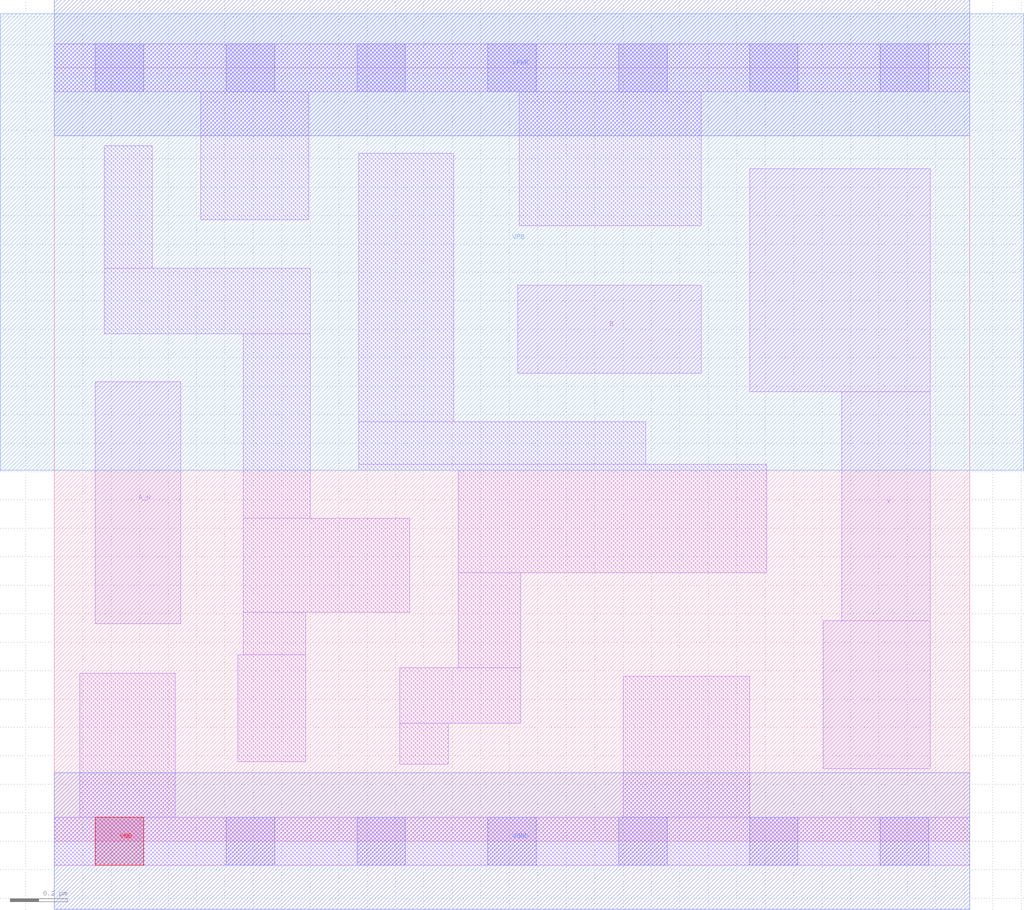
<source format=lef>
# Copyright 2020 The SkyWater PDK Authors
#
# Licensed under the Apache License, Version 2.0 (the "License");
# you may not use this file except in compliance with the License.
# You may obtain a copy of the License at
#
#     https://www.apache.org/licenses/LICENSE-2.0
#
# Unless required by applicable law or agreed to in writing, software
# distributed under the License is distributed on an "AS IS" BASIS,
# WITHOUT WARRANTIES OR CONDITIONS OF ANY KIND, either express or implied.
# See the License for the specific language governing permissions and
# limitations under the License.
#
# SPDX-License-Identifier: Apache-2.0

VERSION 5.7 ;
  NOWIREEXTENSIONATPIN ON ;
  DIVIDERCHAR "/" ;
  BUSBITCHARS "[]" ;
PROPERTYDEFINITIONS
  MACRO maskLayoutSubType STRING ;
  MACRO prCellType STRING ;
  MACRO originalViewName STRING ;
END PROPERTYDEFINITIONS
MACRO sky130_fd_sc_hdll__and2b_1
  CLASS CORE ;
  FOREIGN sky130_fd_sc_hdll__and2b_1 ;
  ORIGIN  0.000000  0.000000 ;
  SIZE  3.220000 BY  2.720000 ;
  SYMMETRY X Y R90 ;
  SITE unithd ;
  PIN A_N
    ANTENNAGATEAREA  0.138600 ;
    DIRECTION INPUT ;
    USE SIGNAL ;
    PORT
      LAYER li1 ;
        RECT 0.145000 0.765000 0.445000 1.615000 ;
    END
  END A_N
  PIN B
    ANTENNAGATEAREA  0.138600 ;
    DIRECTION INPUT ;
    USE SIGNAL ;
    PORT
      LAYER li1 ;
        RECT 1.630000 1.645000 2.275000 1.955000 ;
    END
  END B
  PIN VGND
    ANTENNADIFFAREA  0.365300 ;
    DIRECTION INOUT ;
    USE SIGNAL ;
    PORT
      LAYER met1 ;
        RECT 0.000000 -0.240000 3.220000 0.240000 ;
    END
  END VGND
  PIN VPWR
    ANTENNADIFFAREA  0.642200 ;
    DIRECTION INOUT ;
    USE SIGNAL ;
    PORT
      LAYER met1 ;
        RECT 0.000000 2.480000 3.220000 2.960000 ;
    END
  END VPWR
  PIN X
    ANTENNADIFFAREA  0.505000 ;
    DIRECTION OUTPUT ;
    USE SIGNAL ;
    PORT
      LAYER li1 ;
        RECT 2.445000 1.580000 3.080000 2.365000 ;
        RECT 2.705000 0.255000 3.080000 0.775000 ;
        RECT 2.770000 0.775000 3.080000 1.580000 ;
    END
  END X
  PIN VNB
    DIRECTION INOUT ;
    USE GROUND ;
    PORT
      LAYER pwell ;
        RECT 0.145000 -0.085000 0.315000 0.085000 ;
    END
  END VNB
  PIN VPB
    DIRECTION INOUT ;
    USE POWER ;
    PORT
      LAYER nwell ;
        RECT -0.190000 1.305000 3.410000 2.910000 ;
    END
  END VPB
  OBS
    LAYER li1 ;
      RECT 0.000000 -0.085000 3.220000 0.085000 ;
      RECT 0.000000  2.635000 3.220000 2.805000 ;
      RECT 0.090000  0.085000 0.425000 0.590000 ;
      RECT 0.175000  1.785000 0.900000 2.015000 ;
      RECT 0.175000  2.015000 0.345000 2.445000 ;
      RECT 0.515000  2.185000 0.895000 2.635000 ;
      RECT 0.645000  0.280000 0.885000 0.655000 ;
      RECT 0.665000  0.655000 0.885000 0.805000 ;
      RECT 0.665000  0.805000 1.250000 1.135000 ;
      RECT 0.665000  1.135000 0.900000 1.785000 ;
      RECT 1.070000  1.305000 2.505000 1.325000 ;
      RECT 1.070000  1.325000 2.080000 1.475000 ;
      RECT 1.070000  1.475000 1.405000 2.420000 ;
      RECT 1.215000  0.270000 1.385000 0.415000 ;
      RECT 1.215000  0.415000 1.640000 0.610000 ;
      RECT 1.420000  0.610000 1.640000 0.945000 ;
      RECT 1.420000  0.945000 2.505000 1.305000 ;
      RECT 1.635000  2.165000 2.275000 2.635000 ;
      RECT 2.000000  0.085000 2.445000 0.580000 ;
    LAYER mcon ;
      RECT 0.145000 -0.085000 0.315000 0.085000 ;
      RECT 0.145000  2.635000 0.315000 2.805000 ;
      RECT 0.605000 -0.085000 0.775000 0.085000 ;
      RECT 0.605000  2.635000 0.775000 2.805000 ;
      RECT 1.065000 -0.085000 1.235000 0.085000 ;
      RECT 1.065000  2.635000 1.235000 2.805000 ;
      RECT 1.525000 -0.085000 1.695000 0.085000 ;
      RECT 1.525000  2.635000 1.695000 2.805000 ;
      RECT 1.985000 -0.085000 2.155000 0.085000 ;
      RECT 1.985000  2.635000 2.155000 2.805000 ;
      RECT 2.445000 -0.085000 2.615000 0.085000 ;
      RECT 2.445000  2.635000 2.615000 2.805000 ;
      RECT 2.905000 -0.085000 3.075000 0.085000 ;
      RECT 2.905000  2.635000 3.075000 2.805000 ;
  END
  PROPERTY maskLayoutSubType "abstract" ;
  PROPERTY prCellType "standard" ;
  PROPERTY originalViewName "layout" ;
END sky130_fd_sc_hdll__and2b_1
END LIBRARY

</source>
